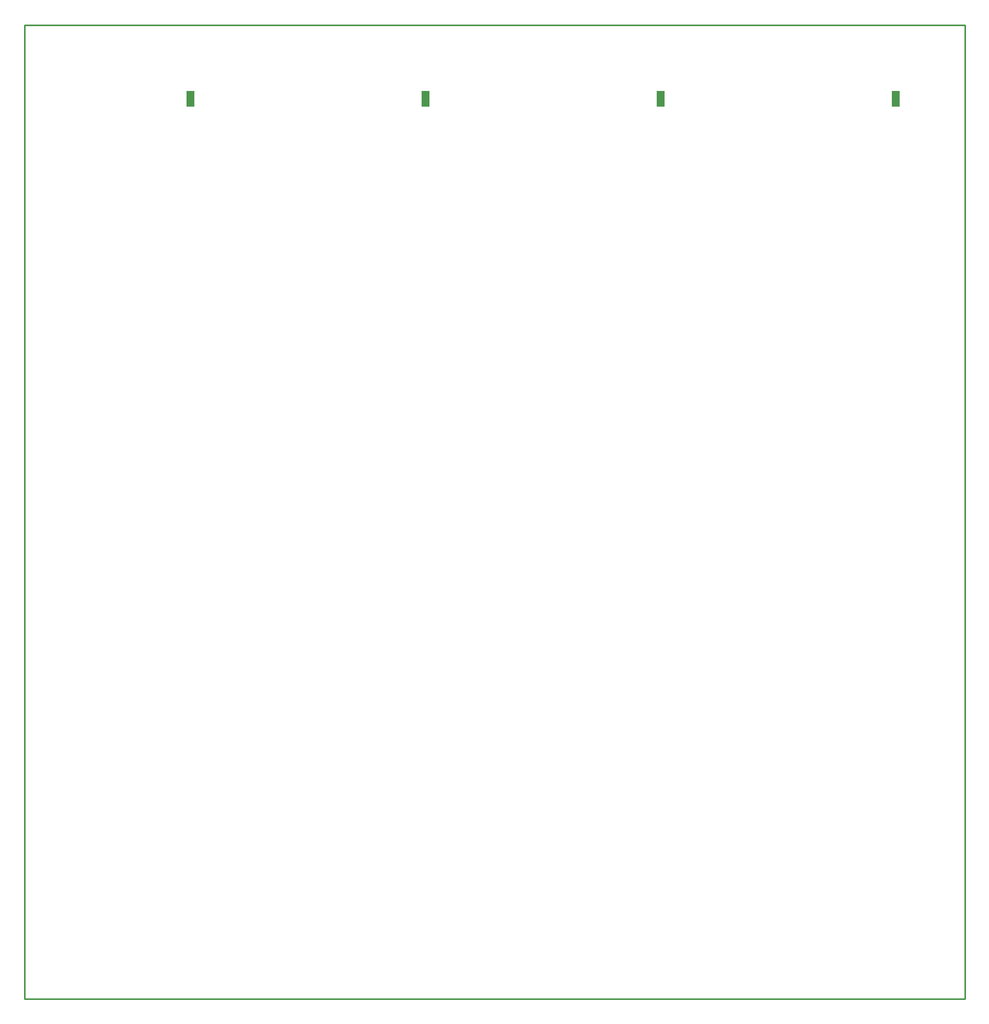
<source format=gko>
G04*
G04 #@! TF.GenerationSoftware,Altium Limited,Altium Designer,22.0.2 (36)*
G04*
G04 Layer_Color=16711935*
%FSLAX25Y25*%
%MOIN*%
G70*
G04*
G04 #@! TF.SameCoordinates,9E75C845-1DD0-408E-AF11-8ECDD40FB6BD*
G04*
G04*
G04 #@! TF.FilePolarity,Positive*
G04*
G01*
G75*
%ADD59C,0.01000*%
G36*
X658500Y668995D02*
Y668994D01*
X653497D01*
Y679000D01*
X658500D01*
Y668995D01*
D02*
G37*
G36*
X508500D02*
Y668994D01*
X503497D01*
Y679000D01*
X508500D01*
Y668995D01*
D02*
G37*
G36*
X358500D02*
Y668994D01*
X353497D01*
Y679000D01*
X358500D01*
Y668995D01*
D02*
G37*
G36*
X208500D02*
Y668994D01*
X203497D01*
Y679000D01*
X208500D01*
Y668995D01*
D02*
G37*
D59*
X100000Y100000D02*
X700000D01*
X100000Y721000D02*
X700000D01*
Y100000D02*
Y721000D01*
X100000Y100000D02*
Y721000D01*
M02*

</source>
